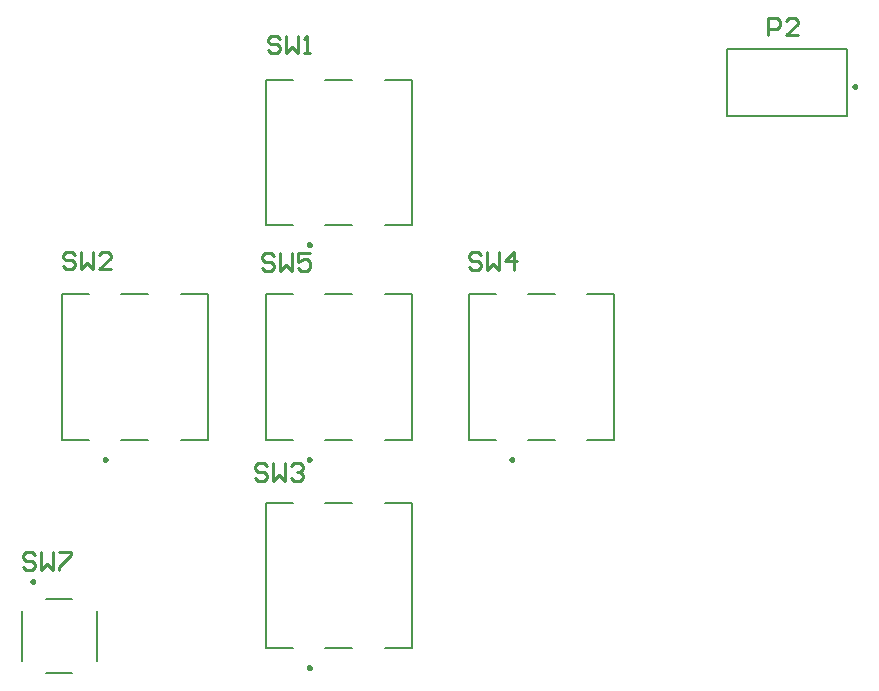
<source format=gbr>
%FSTAX23Y23*%
%MOIN*%
%SFA1B1*%

%IPPOS*%
%ADD12C,0.010000*%
%ADD36C,0.009842*%
%ADD37C,0.007874*%
%LNpcb_en1093_legend_top-1*%
%LPD*%
G54D12*
X00166Y00553D02*
X00156Y00563D01*
X00136*
X00127Y00553*
Y00543*
X00136Y00533*
X00156*
X00166Y00523*
Y00513*
X00156Y00504*
X00136*
X00127Y00513*
X00186Y00563D02*
Y00504D01*
X00206Y00523*
X00226Y00504*
Y00563*
X00246D02*
X00286D01*
Y00553*
X00246Y00513*
Y00504*
X003Y01554D02*
X0029Y01564D01*
X0027*
X0026Y01554*
Y01544*
X0027Y01535*
X0029*
X003Y01525*
Y01515*
X0029Y01505*
X0027*
X0026Y01515*
X0032Y01564D02*
Y01505D01*
X0034Y01525*
X00359Y01505*
Y01564*
X00419Y01505D02*
X00379D01*
X00419Y01544*
Y01554*
X00409Y01564*
X00389*
X00379Y01554*
X0094Y00849D02*
X0093Y00859D01*
X0091*
X009Y00849*
Y00839*
X0091Y0083*
X0093*
X0094Y0082*
Y0081*
X0093Y008*
X0091*
X009Y0081*
X0096Y00859D02*
Y008D01*
X0098Y0082*
X00999Y008*
Y00859*
X01019Y00849D02*
X01029Y00859D01*
X01049*
X01059Y00849*
Y00839*
X01049Y0083*
X01039*
X01049*
X01059Y0082*
Y0081*
X01049Y008*
X01029*
X01019Y0081*
X00965Y01549D02*
X00955Y01559D01*
X00935*
X00925Y01549*
Y01539*
X00935Y0153*
X00955*
X00965Y0152*
Y0151*
X00955Y015*
X00935*
X00925Y0151*
X00985Y01559D02*
Y015D01*
X01005Y0152*
X01024Y015*
Y01559*
X01084D02*
X01044D01*
Y0153*
X01064Y01539*
X01074*
X01084Y0153*
Y0151*
X01074Y015*
X01054*
X01044Y0151*
X00985Y02274D02*
X00975Y02284D01*
X00955*
X00945Y02274*
Y02264*
X00955Y02255*
X00975*
X00985Y02245*
Y02235*
X00975Y02225*
X00955*
X00945Y02235*
X01005Y02284D02*
Y02225D01*
X01024Y02245*
X01044Y02225*
Y02284*
X01064Y02225D02*
X01084D01*
X01074*
Y02284*
X01064Y02274*
X01654Y01552D02*
X01644Y01562D01*
X01624*
X01615Y01552*
Y01542*
X01624Y01532*
X01644*
X01654Y01522*
Y01512*
X01644Y01503*
X01624*
X01615Y01512*
X01674Y01562D02*
Y01503D01*
X01694Y01522*
X01714Y01503*
Y01562*
X01764Y01503D02*
Y01562D01*
X01734Y01532*
X01774*
X0261Y02285D02*
Y02344D01*
X0264*
X0265Y02334*
Y02315*
X0264Y02305*
X0261*
X02709Y02285D02*
X02669D01*
X02709Y02324*
Y02334*
X02699Y02344*
X02679*
X02669Y02334*
G54D36*
X02905Y02115D02*
D01*
X02905Y02115*
X02905Y02115*
X02905Y02116*
X02905Y02116*
X02905Y02116*
X02905Y02117*
X02905Y02117*
X02904Y02117*
X02904Y02117*
X02904Y02118*
X02904Y02118*
X02904Y02118*
X02903Y02118*
X02903Y02119*
X02903Y02119*
X02902Y02119*
X02902Y02119*
X02902Y02119*
X02901Y02119*
X02901Y02119*
X02901Y02119*
X029Y02119*
X029*
X029Y02119*
X02899Y02119*
X02899Y02119*
X02899Y02119*
X02898Y02119*
X02898Y02119*
X02898Y02119*
X02897Y02119*
X02897Y02118*
X02897Y02118*
X02897Y02118*
X02896Y02118*
X02896Y02117*
X02896Y02117*
X02896Y02117*
X02896Y02117*
X02895Y02116*
X02895Y02116*
X02895Y02116*
X02895Y02115*
X02895Y02115*
X02895Y02115*
X02895Y02114*
X02895Y02114*
X02895Y02113*
X02895Y02113*
X02895Y02113*
X02896Y02112*
X02896Y02112*
X02896Y02112*
X02896Y02112*
X02896Y02111*
X02897Y02111*
X02897Y02111*
X02897Y02111*
X02897Y0211*
X02898Y0211*
X02898Y0211*
X02898Y0211*
X02899Y0211*
X02899Y0211*
X02899Y0211*
X029Y0211*
X029Y0211*
X029*
X02901Y0211*
X02901Y0211*
X02901Y0211*
X02902Y0211*
X02902Y0211*
X02902Y0211*
X02903Y0211*
X02903Y0211*
X02903Y02111*
X02904Y02111*
X02904Y02111*
X02904Y02111*
X02904Y02112*
X02904Y02112*
X02905Y02112*
X02905Y02112*
X02905Y02113*
X02905Y02113*
X02905Y02113*
X02905Y02114*
X02905Y02114*
X02905Y02115*
X01086Y00176D02*
D01*
X01086Y00177*
X01086Y00177*
X01086Y00177*
X01086Y00178*
X01086Y00178*
X01086Y00178*
X01085Y00179*
X01085Y00179*
X01085Y00179*
X01085Y0018*
X01085Y0018*
X01084Y0018*
X01084Y0018*
X01084Y00181*
X01084Y00181*
X01083Y00181*
X01083Y00181*
X01083Y00181*
X01082Y00181*
X01082Y00181*
X01082Y00181*
X01081Y00181*
X01081*
X01081Y00181*
X0108Y00181*
X0108Y00181*
X0108Y00181*
X01079Y00181*
X01079Y00181*
X01079Y00181*
X01078Y00181*
X01078Y0018*
X01078Y0018*
X01078Y0018*
X01077Y0018*
X01077Y00179*
X01077Y00179*
X01077Y00179*
X01077Y00178*
X01076Y00178*
X01076Y00178*
X01076Y00177*
X01076Y00177*
X01076Y00177*
X01076Y00176*
X01076Y00176*
X01076Y00176*
X01076Y00175*
X01076Y00175*
X01076Y00175*
X01077Y00174*
X01077Y00174*
X01077Y00174*
X01077Y00174*
X01077Y00173*
X01078Y00173*
X01078Y00173*
X01078Y00173*
X01078Y00172*
X01079Y00172*
X01079Y00172*
X01079Y00172*
X0108Y00172*
X0108Y00172*
X0108Y00172*
X01081Y00172*
X01081Y00172*
X01081*
X01082Y00172*
X01082Y00172*
X01082Y00172*
X01083Y00172*
X01083Y00172*
X01083Y00172*
X01084Y00172*
X01084Y00172*
X01084Y00173*
X01084Y00173*
X01085Y00173*
X01085Y00173*
X01085Y00174*
X01085Y00174*
X01085Y00174*
X01086Y00174*
X01086Y00175*
X01086Y00175*
X01086Y00175*
X01086Y00176*
X01086Y00176*
X01086Y00176*
X00406Y00871D02*
D01*
X00406Y00872*
X00406Y00872*
X00406Y00872*
X00406Y00873*
X00406Y00873*
X00406Y00873*
X00405Y00874*
X00405Y00874*
X00405Y00874*
X00405Y00875*
X00405Y00875*
X00404Y00875*
X00404Y00875*
X00404Y00876*
X00404Y00876*
X00403Y00876*
X00403Y00876*
X00403Y00876*
X00402Y00876*
X00402Y00876*
X00402Y00876*
X00401Y00876*
X00401*
X00401Y00876*
X004Y00876*
X004Y00876*
X004Y00876*
X00399Y00876*
X00399Y00876*
X00399Y00876*
X00398Y00876*
X00398Y00875*
X00398Y00875*
X00398Y00875*
X00397Y00875*
X00397Y00874*
X00397Y00874*
X00397Y00874*
X00397Y00873*
X00396Y00873*
X00396Y00873*
X00396Y00872*
X00396Y00872*
X00396Y00872*
X00396Y00871*
X00396Y00871*
X00396Y00871*
X00396Y0087*
X00396Y0087*
X00396Y0087*
X00397Y00869*
X00397Y00869*
X00397Y00869*
X00397Y00869*
X00397Y00868*
X00398Y00868*
X00398Y00868*
X00398Y00868*
X00398Y00867*
X00399Y00867*
X00399Y00867*
X00399Y00867*
X004Y00867*
X004Y00867*
X004Y00867*
X00401Y00867*
X00401Y00867*
X00401*
X00402Y00867*
X00402Y00867*
X00402Y00867*
X00403Y00867*
X00403Y00867*
X00403Y00867*
X00404Y00867*
X00404Y00867*
X00404Y00868*
X00404Y00868*
X00405Y00868*
X00405Y00868*
X00405Y00869*
X00405Y00869*
X00405Y00869*
X00406Y00869*
X00406Y0087*
X00406Y0087*
X00406Y0087*
X00406Y00871*
X00406Y00871*
X00406Y00871*
X01086D02*
D01*
X01086Y00872*
X01086Y00872*
X01086Y00872*
X01086Y00873*
X01086Y00873*
X01086Y00873*
X01085Y00874*
X01085Y00874*
X01085Y00874*
X01085Y00875*
X01085Y00875*
X01084Y00875*
X01084Y00875*
X01084Y00876*
X01084Y00876*
X01083Y00876*
X01083Y00876*
X01083Y00876*
X01082Y00876*
X01082Y00876*
X01082Y00876*
X01081Y00876*
X01081*
X01081Y00876*
X0108Y00876*
X0108Y00876*
X0108Y00876*
X01079Y00876*
X01079Y00876*
X01079Y00876*
X01078Y00876*
X01078Y00875*
X01078Y00875*
X01078Y00875*
X01077Y00875*
X01077Y00874*
X01077Y00874*
X01077Y00874*
X01077Y00873*
X01076Y00873*
X01076Y00873*
X01076Y00872*
X01076Y00872*
X01076Y00872*
X01076Y00871*
X01076Y00871*
X01076Y00871*
X01076Y0087*
X01076Y0087*
X01076Y0087*
X01077Y00869*
X01077Y00869*
X01077Y00869*
X01077Y00869*
X01077Y00868*
X01078Y00868*
X01078Y00868*
X01078Y00868*
X01078Y00867*
X01079Y00867*
X01079Y00867*
X01079Y00867*
X0108Y00867*
X0108Y00867*
X0108Y00867*
X01081Y00867*
X01081Y00867*
X01081*
X01082Y00867*
X01082Y00867*
X01082Y00867*
X01083Y00867*
X01083Y00867*
X01083Y00867*
X01084Y00867*
X01084Y00867*
X01084Y00868*
X01084Y00868*
X01085Y00868*
X01085Y00868*
X01085Y00869*
X01085Y00869*
X01085Y00869*
X01086Y00869*
X01086Y0087*
X01086Y0087*
X01086Y0087*
X01086Y00871*
X01086Y00871*
X01086Y00871*
Y01586D02*
D01*
X01086Y01587*
X01086Y01587*
X01086Y01587*
X01086Y01588*
X01086Y01588*
X01086Y01588*
X01085Y01589*
X01085Y01589*
X01085Y01589*
X01085Y0159*
X01085Y0159*
X01084Y0159*
X01084Y0159*
X01084Y01591*
X01084Y01591*
X01083Y01591*
X01083Y01591*
X01083Y01591*
X01082Y01591*
X01082Y01591*
X01082Y01591*
X01081Y01591*
X01081*
X01081Y01591*
X0108Y01591*
X0108Y01591*
X0108Y01591*
X01079Y01591*
X01079Y01591*
X01079Y01591*
X01078Y01591*
X01078Y0159*
X01078Y0159*
X01078Y0159*
X01077Y0159*
X01077Y01589*
X01077Y01589*
X01077Y01589*
X01077Y01588*
X01076Y01588*
X01076Y01588*
X01076Y01587*
X01076Y01587*
X01076Y01587*
X01076Y01586*
X01076Y01586*
X01076Y01586*
X01076Y01585*
X01076Y01585*
X01076Y01585*
X01077Y01584*
X01077Y01584*
X01077Y01584*
X01077Y01584*
X01077Y01583*
X01078Y01583*
X01078Y01583*
X01078Y01583*
X01078Y01582*
X01079Y01582*
X01079Y01582*
X01079Y01582*
X0108Y01582*
X0108Y01582*
X0108Y01582*
X01081Y01582*
X01081Y01582*
X01081*
X01082Y01582*
X01082Y01582*
X01082Y01582*
X01083Y01582*
X01083Y01582*
X01083Y01582*
X01084Y01582*
X01084Y01582*
X01084Y01583*
X01084Y01583*
X01085Y01583*
X01085Y01583*
X01085Y01584*
X01085Y01584*
X01085Y01584*
X01086Y01584*
X01086Y01585*
X01086Y01585*
X01086Y01585*
X01086Y01586*
X01086Y01586*
X01086Y01586*
X01761Y00871D02*
D01*
X01761Y00872*
X01761Y00872*
X01761Y00872*
X01761Y00873*
X01761Y00873*
X01761Y00873*
X0176Y00874*
X0176Y00874*
X0176Y00874*
X0176Y00875*
X0176Y00875*
X01759Y00875*
X01759Y00875*
X01759Y00876*
X01759Y00876*
X01758Y00876*
X01758Y00876*
X01758Y00876*
X01757Y00876*
X01757Y00876*
X01757Y00876*
X01756Y00876*
X01756*
X01756Y00876*
X01755Y00876*
X01755Y00876*
X01755Y00876*
X01754Y00876*
X01754Y00876*
X01754Y00876*
X01753Y00876*
X01753Y00875*
X01753Y00875*
X01753Y00875*
X01752Y00875*
X01752Y00874*
X01752Y00874*
X01752Y00874*
X01752Y00873*
X01751Y00873*
X01751Y00873*
X01751Y00872*
X01751Y00872*
X01751Y00872*
X01751Y00871*
X01751Y00871*
X01751Y00871*
X01751Y0087*
X01751Y0087*
X01751Y0087*
X01752Y00869*
X01752Y00869*
X01752Y00869*
X01752Y00869*
X01752Y00868*
X01753Y00868*
X01753Y00868*
X01753Y00868*
X01753Y00867*
X01754Y00867*
X01754Y00867*
X01754Y00867*
X01755Y00867*
X01755Y00867*
X01755Y00867*
X01756Y00867*
X01756Y00867*
X01756*
X01757Y00867*
X01757Y00867*
X01757Y00867*
X01758Y00867*
X01758Y00867*
X01758Y00867*
X01759Y00867*
X01759Y00867*
X01759Y00868*
X01759Y00868*
X0176Y00868*
X0176Y00868*
X0176Y00869*
X0176Y00869*
X0176Y00869*
X01761Y00869*
X01761Y0087*
X01761Y0087*
X01761Y0087*
X01761Y00871*
X01761Y00871*
X01761Y00871*
X00164Y00464D02*
D01*
X00164Y00464*
X00164Y00464*
X00164Y00465*
X00164Y00465*
X00164Y00465*
X00164Y00466*
X00164Y00466*
X00164Y00466*
X00163Y00466*
X00163Y00467*
X00163Y00467*
X00163Y00467*
X00163Y00467*
X00162Y00468*
X00162Y00468*
X00162Y00468*
X00161Y00468*
X00161Y00468*
X00161Y00468*
X0016Y00468*
X0016Y00468*
X0016Y00468*
X00159*
X00159Y00468*
X00159Y00468*
X00158Y00468*
X00158Y00468*
X00158Y00468*
X00157Y00468*
X00157Y00468*
X00157Y00468*
X00156Y00467*
X00156Y00467*
X00156Y00467*
X00156Y00467*
X00156Y00466*
X00155Y00466*
X00155Y00466*
X00155Y00466*
X00155Y00465*
X00155Y00465*
X00155Y00465*
X00155Y00464*
X00155Y00464*
X00155Y00464*
X00155Y00463*
X00155Y00463*
X00155Y00463*
X00155Y00462*
X00155Y00462*
X00155Y00462*
X00155Y00461*
X00155Y00461*
X00156Y00461*
X00156Y0046*
X00156Y0046*
X00156Y0046*
X00156Y0046*
X00157Y00459*
X00157Y00459*
X00157Y00459*
X00158Y00459*
X00158Y00459*
X00158Y00459*
X00159Y00459*
X00159Y00459*
X00159Y00459*
X0016*
X0016Y00459*
X0016Y00459*
X00161Y00459*
X00161Y00459*
X00161Y00459*
X00162Y00459*
X00162Y00459*
X00162Y00459*
X00163Y0046*
X00163Y0046*
X00163Y0046*
X00163Y0046*
X00163Y00461*
X00164Y00461*
X00164Y00461*
X00164Y00462*
X00164Y00462*
X00164Y00462*
X00164Y00463*
X00164Y00463*
X00164Y00463*
X00164Y00464*
G54D37*
X02475Y0224D02*
X02875D01*
Y02015D02*
Y0224D01*
X02475Y02015D02*
X02875D01*
X02475D02*
Y0224D01*
X00937Y00242D02*
Y00727D01*
X01332D02*
X01422D01*
X01135D02*
X01224D01*
X00937D02*
X01027D01*
X01422Y00242D02*
Y00727D01*
X01332Y00242D02*
X01422D01*
X01135D02*
X01224D01*
X00937D02*
X01027D01*
X00257Y00937D02*
X00347D01*
X00455D02*
X00544D01*
X00652D02*
X00742D01*
Y01422*
X00257D02*
X00347D01*
X00455D02*
X00544D01*
X00652D02*
X00742D01*
X00257Y00937D02*
Y01422D01*
X00937Y00937D02*
X01027D01*
X01135D02*
X01224D01*
X01332D02*
X01422D01*
Y01422*
X00937D02*
X01027D01*
X01135D02*
X01224D01*
X01332D02*
X01422D01*
X00937Y00937D02*
Y01422D01*
Y01652D02*
X01027D01*
X01135D02*
X01224D01*
X01332D02*
X01422D01*
Y02137*
X00937D02*
X01027D01*
X01135D02*
X01224D01*
X01332D02*
X01422D01*
X00937Y01652D02*
Y02137D01*
X01612Y00937D02*
X01702D01*
X0181D02*
X01899D01*
X02007D02*
X02097D01*
Y01422*
X01612D02*
X01702D01*
X0181D02*
X01899D01*
X02007D02*
X02097D01*
X01612Y00937D02*
Y01422D01*
X00124Y002D02*
Y00365D01*
X00205Y00158D02*
X00291D01*
X00372Y002D02*
Y00365D01*
X00205Y00406D02*
X00291D01*
M02*
</source>
